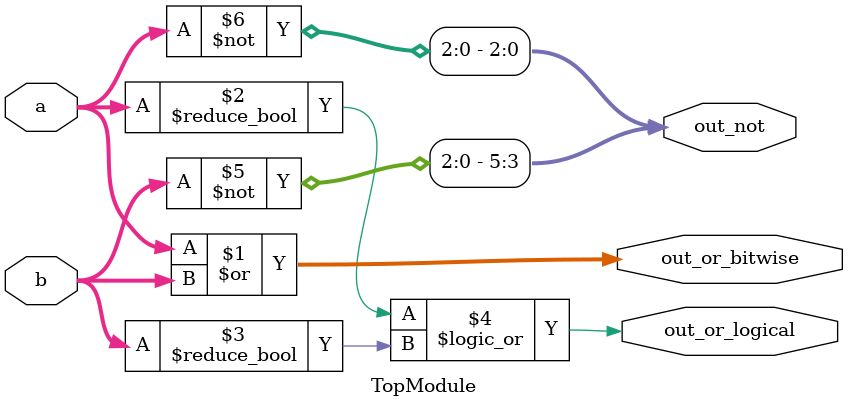
<source format=sv>
module TopModule (
    input logic [2:0] a,
    input logic [2:0] b,
    output logic [2:0] out_or_bitwise,
    output logic out_or_logical,
    output logic [5:0] out_not
);

    assign out_or_bitwise = a | b;
    assign out_or_logical = (a != 3'b000) || (b != 3'b000);
    assign out_not[5:3] = ~b;
    assign out_not[2:0] = ~a;

endmodule
</source>
